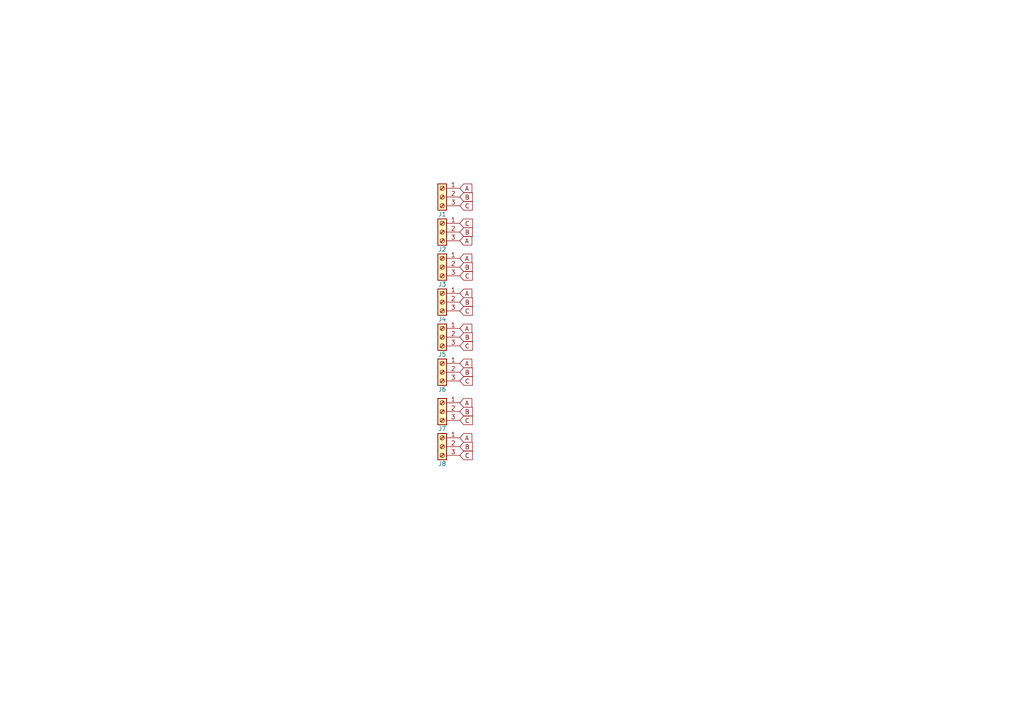
<source format=kicad_sch>
(kicad_sch (version 20231120) (generator "eeschema") (generator_version "8.0")
  (paper "A4")
  (lib_symbols
    (symbol "Connector:Screw_Terminal_01x03" (pin_names (offset 1.016) hide)
      (property "Reference" "J" (at 0 5.08 0))
      (property "Value" "Screw_Terminal_01x03" (at 0 -5.08 0))
      (symbol "Screw_Terminal_01x03_1_1"
        (rectangle (start -1.27 3.81) (end 1.27 -3.81) (stroke (width 0.254)) (fill (type background)))
        (circle (center 0 -2.54) (radius 0.635) (stroke (width 0.1524)))
        (polyline (pts (xy -0.5334 -2.2098) (xy 0.3302 -3.048)) (stroke (width 0.1524)))
        (polyline (pts (xy -0.5334 0.3302) (xy 0.3302 -0.508)) (stroke (width 0.1524)))
        (polyline (pts (xy -0.5334 2.8702) (xy 0.3302 2.032)) (stroke (width 0.1524)))
        (polyline (pts (xy -0.3556 -2.032) (xy 0.508 -2.8702)) (stroke (width 0.1524)))
        (polyline (pts (xy -0.3556 0.508) (xy 0.508 -0.3302)) (stroke (width 0.1524)))
        (polyline (pts (xy -0.3556 3.048) (xy 0.508 2.2098)) (stroke (width 0.1524)))
        (circle (center 0 0) (radius 0.635) (stroke (width 0.1524)))
        (circle (center 0 2.54) (radius 0.635) (stroke (width 0.1524)))
        (pin passive line (at -5.08 2.54 0) (length 3.81) (name "Pin_1") (number "1"))
        (pin passive line (at -5.08 0 0) (length 3.81) (name "Pin_2") (number "2"))
        (pin passive line (at -5.08 -2.54 0) (length 3.81) (name "Pin_3") (number "3"))
      )
    )
  )
  (global_label "B" (shape input) (at 133.35 97.79 0) (property "Intersheetrefs" "${INTERSHEET_REFS}" (effects (hide yes))))
  (global_label "A" (shape input) (at 133.35 127 0) (property "Intersheetrefs" "${INTERSHEET_REFS}" (effects (hide yes))))
  (global_label "C" (shape input) (at 133.35 59.69 0) (property "Intersheetrefs" "${INTERSHEET_REFS}" (effects (hide yes))))
  (global_label "C" (shape input) (at 133.35 121.92 0) (property "Intersheetrefs" "${INTERSHEET_REFS}" (effects (hide yes))))
  (global_label "C" (shape input) (at 133.35 110.49 0) (property "Intersheetrefs" "${INTERSHEET_REFS}" (effects (hide yes))))
  (global_label "A" (shape input) (at 133.35 85.09 0) (property "Intersheetrefs" "${INTERSHEET_REFS}" (effects (hide yes))))
  (global_label "A" (shape input) (at 133.35 105.41 0) (property "Intersheetrefs" "${INTERSHEET_REFS}" (effects (hide yes))))
  (global_label "B" (shape input) (at 133.35 57.15 0) (property "Intersheetrefs" "${INTERSHEET_REFS}" (effects (hide yes))))
  (global_label "A" (shape input) (at 133.35 54.61 0) (property "Intersheetrefs" "${INTERSHEET_REFS}" (effects (hide yes))))
  (global_label "C" (shape input) (at 133.35 80.01 0) (property "Intersheetrefs" "${INTERSHEET_REFS}" (effects (hide yes))))
  (global_label "B" (shape input) (at 133.35 87.63 0) (property "Intersheetrefs" "${INTERSHEET_REFS}" (effects (hide yes))))
  (global_label "B" (shape input) (at 133.35 107.95 0) (property "Intersheetrefs" "${INTERSHEET_REFS}" (effects (hide yes))))
  (global_label "A" (shape input) (at 133.35 69.85 0) (property "Intersheetrefs" "${INTERSHEET_REFS}" (effects (hide yes))))
  (global_label "C" (shape input) (at 133.35 64.77 0) (property "Intersheetrefs" "${INTERSHEET_REFS}" (effects (hide yes))))
  (global_label "A" (shape input) (at 133.35 74.93 0) (property "Intersheetrefs" "${INTERSHEET_REFS}" (effects (hide yes))))
  (global_label "B" (shape input) (at 133.35 119.38 0) (property "Intersheetrefs" "${INTERSHEET_REFS}" (effects (hide yes))))
  (global_label "A" (shape input) (at 133.35 95.25 0) (property "Intersheetrefs" "${INTERSHEET_REFS}" (effects (hide yes))))
  (global_label "B" (shape input) (at 133.35 129.54 0) (property "Intersheetrefs" "${INTERSHEET_REFS}" (effects (hide yes))))
  (global_label "C" (shape input) (at 133.35 132.08 0) (property "Intersheetrefs" "${INTERSHEET_REFS}" (effects (hide yes))))
  (global_label "A" (shape input) (at 133.35 116.84 0) (property "Intersheetrefs" "${INTERSHEET_REFS}" (effects (hide yes))))
  (global_label "C" (shape input) (at 133.35 100.33 0) (property "Intersheetrefs" "${INTERSHEET_REFS}" (effects (hide yes))))
  (global_label "B" (shape input) (at 133.35 67.31 0) (property "Intersheetrefs" "${INTERSHEET_REFS}" (effects (hide yes))))
  (global_label "C" (shape input) (at 133.35 90.17 0) (property "Intersheetrefs" "${INTERSHEET_REFS}" (effects (hide yes))))
  (global_label "B" (shape input) (at 133.35 77.47 0) (property "Intersheetrefs" "${INTERSHEET_REFS}" (effects (hide yes))))
  (symbol (lib_id "Connector:Screw_Terminal_01x03") (at 128.27 97.79 0) (mirror y) (unit 1)
    (property "Reference" "J5" (at 128.27 102.7628 0))
    (property "Value" "Screw_Terminal_01x03" (effects (hide yes)))
    (property "Footprint" "TerminalBlock_Phoenix:TerminalBlock_Phoenix_MKDS-1,5-3-5.08_1x03_P5.08mm_Horizontal" (effects (hide yes)))
  )
  (symbol (lib_id "Connector:Screw_Terminal_01x03") (at 128.27 57.15 0) (mirror y) (unit 1)
    (property "Reference" "J1" (at 128.27 62.1228 0))
    (property "Value" "Screw_Terminal_01x03" (effects (hide yes)))
    (property "Footprint" "TerminalBlock_Phoenix:TerminalBlock_Phoenix_MKDS-1,5-3-5.08_1x03_P5.08mm_Horizontal" (effects (hide yes)))
  )
  (symbol (lib_id "Connector:Screw_Terminal_01x03") (at 128.27 67.31 0) (mirror y) (unit 1)
    (property "Reference" "J2" (at 128.27 72.2828 0))
    (property "Value" "Screw_Terminal_01x03" (effects (hide yes)))
    (property "Footprint" "TerminalBlock_Phoenix:TerminalBlock_Phoenix_MKDS-1,5-3-5.08_1x03_P5.08mm_Horizontal" (effects (hide yes)))
  )
  (symbol (lib_id "Connector:Screw_Terminal_01x03") (at 128.27 87.63 0) (mirror y) (unit 1)
    (property "Reference" "J4" (at 128.27 92.6028 0))
    (property "Value" "Screw_Terminal_01x03" (effects (hide yes)))
    (property "Footprint" "TerminalBlock_Phoenix:TerminalBlock_Phoenix_MKDS-1,5-3-5.08_1x03_P5.08mm_Horizontal" (effects (hide yes)))
  )
  (symbol (lib_id "Connector:Screw_Terminal_01x03") (at 128.27 107.95 0) (mirror y) (unit 1)
    (property "Reference" "J6" (at 128.27 112.9228 0))
    (property "Value" "Screw_Terminal_01x03" (effects (hide yes)))
    (property "Footprint" "TerminalBlock_Phoenix:TerminalBlock_Phoenix_MKDS-1,5-3-5.08_1x03_P5.08mm_Horizontal" (effects (hide yes)))
  )
  (symbol (lib_id "Connector:Screw_Terminal_01x03") (at 128.27 77.47 0) (mirror y) (unit 1)
    (property "Reference" "J3" (at 128.27 82.4428 0))
    (property "Value" "Screw_Terminal_01x03" (effects (hide yes)))
    (property "Footprint" "TerminalBlock_Phoenix:TerminalBlock_Phoenix_MKDS-1,5-3-5.08_1x03_P5.08mm_Horizontal" (effects (hide yes)))
  )
  (symbol (lib_id "Connector:Screw_Terminal_01x03") (at 128.27 119.38 0) (mirror y) (unit 1)
    (property "Reference" "J7" (at 128.27 124.3528 0))
    (property "Value" "Screw_Terminal_01x03" (effects (hide yes)))
    (property "Footprint" "TerminalBlock_Phoenix:TerminalBlock_Phoenix_MKDS-1,5-3-5.08_1x03_P5.08mm_Horizontal" (effects (hide yes)))
  )
  (symbol (lib_id "Connector:Screw_Terminal_01x03") (at 128.27 129.54 0) (mirror y) (unit 1)
    (property "Reference" "J8" (at 128.27 134.5128 0))
    (property "Value" "Screw_Terminal_01x03" (effects (hide yes)))
    (property "Footprint" "TerminalBlock_Phoenix:TerminalBlock_Phoenix_MKDS-1,5-3-5.08_1x03_P5.08mm_Horizontal" (effects (hide yes)))
  )
)
</source>
